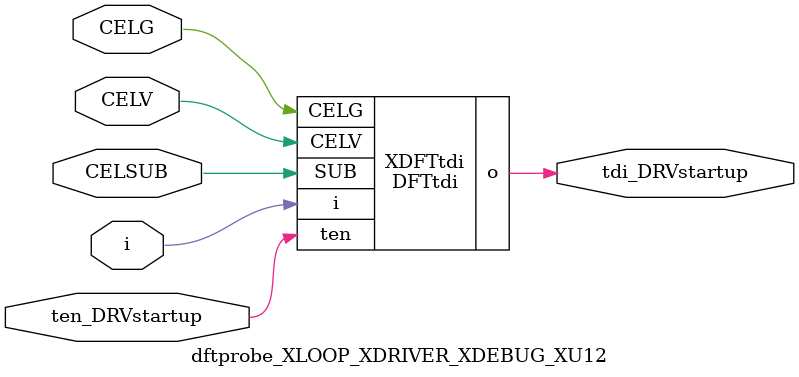
<source format=v>


module DFTtdi ( o, CELV, SUB, i, ten, CELG );

  input CELV;
  input ten;
  input i;
  output o;
  input CELG;
  input SUB;
endmodule


module dftprobe_XLOOP_XDRIVER_XDEBUG_XU12 (i,tdi_DRVstartup,ten_DRVstartup,CELG,CELSUB,CELV);
input  i;
output  tdi_DRVstartup;
input  ten_DRVstartup;
input  CELG;
input  CELSUB;
input  CELV;

DFTtdi XDFTtdi(
  .i (i),
  .o (tdi_DRVstartup),
  .ten (ten_DRVstartup),
  .CELG (CELG),
  .SUB (CELSUB),
  .CELV (CELV)
);

endmodule


</source>
